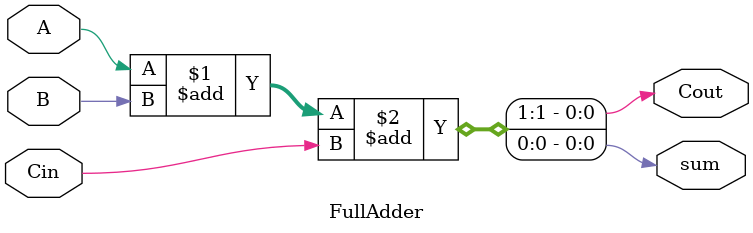
<source format=v>

module FullAdder(
    input A,
    input B,
    input Cin,
    output sum,
    output Cout
    );
   assign {Cout,sum}=A+B+Cin;
   
endmodule

</source>
